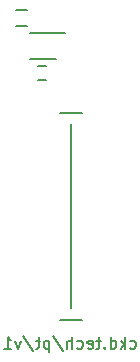
<source format=gbo>
G04 #@! TF.FileFunction,Legend,Bot*
%FSLAX46Y46*%
G04 Gerber Fmt 4.6, Leading zero omitted, Abs format (unit mm)*
G04 Created by KiCad (PCBNEW (2015-11-03 BZR 6296)-product) date Tuesday, November 10, 2015 'PMt' 09:20:05 PM*
%MOMM*%
G01*
G04 APERTURE LIST*
%ADD10C,0.100000*%
%ADD11C,0.150000*%
G04 APERTURE END LIST*
D10*
D11*
X164655238Y-119164762D02*
X164750476Y-119212381D01*
X164940953Y-119212381D01*
X165036191Y-119164762D01*
X165083810Y-119117143D01*
X165131429Y-119021905D01*
X165131429Y-118736190D01*
X165083810Y-118640952D01*
X165036191Y-118593333D01*
X164940953Y-118545714D01*
X164750476Y-118545714D01*
X164655238Y-118593333D01*
X164226667Y-119212381D02*
X164226667Y-118212381D01*
X164131429Y-118831429D02*
X163845714Y-119212381D01*
X163845714Y-118545714D02*
X164226667Y-118926667D01*
X162988571Y-119212381D02*
X162988571Y-118212381D01*
X162988571Y-119164762D02*
X163083809Y-119212381D01*
X163274286Y-119212381D01*
X163369524Y-119164762D01*
X163417143Y-119117143D01*
X163464762Y-119021905D01*
X163464762Y-118736190D01*
X163417143Y-118640952D01*
X163369524Y-118593333D01*
X163274286Y-118545714D01*
X163083809Y-118545714D01*
X162988571Y-118593333D01*
X162512381Y-119117143D02*
X162464762Y-119164762D01*
X162512381Y-119212381D01*
X162560000Y-119164762D01*
X162512381Y-119117143D01*
X162512381Y-119212381D01*
X162179048Y-118545714D02*
X161798096Y-118545714D01*
X162036191Y-118212381D02*
X162036191Y-119069524D01*
X161988572Y-119164762D01*
X161893334Y-119212381D01*
X161798096Y-119212381D01*
X161083809Y-119164762D02*
X161179047Y-119212381D01*
X161369524Y-119212381D01*
X161464762Y-119164762D01*
X161512381Y-119069524D01*
X161512381Y-118688571D01*
X161464762Y-118593333D01*
X161369524Y-118545714D01*
X161179047Y-118545714D01*
X161083809Y-118593333D01*
X161036190Y-118688571D01*
X161036190Y-118783810D01*
X161512381Y-118879048D01*
X160179047Y-119164762D02*
X160274285Y-119212381D01*
X160464762Y-119212381D01*
X160560000Y-119164762D01*
X160607619Y-119117143D01*
X160655238Y-119021905D01*
X160655238Y-118736190D01*
X160607619Y-118640952D01*
X160560000Y-118593333D01*
X160464762Y-118545714D01*
X160274285Y-118545714D01*
X160179047Y-118593333D01*
X159750476Y-119212381D02*
X159750476Y-118212381D01*
X159321904Y-119212381D02*
X159321904Y-118688571D01*
X159369523Y-118593333D01*
X159464761Y-118545714D01*
X159607619Y-118545714D01*
X159702857Y-118593333D01*
X159750476Y-118640952D01*
X158131428Y-118164762D02*
X158988571Y-119450476D01*
X157798095Y-118545714D02*
X157798095Y-119545714D01*
X157798095Y-118593333D02*
X157702857Y-118545714D01*
X157512380Y-118545714D01*
X157417142Y-118593333D01*
X157369523Y-118640952D01*
X157321904Y-118736190D01*
X157321904Y-119021905D01*
X157369523Y-119117143D01*
X157417142Y-119164762D01*
X157512380Y-119212381D01*
X157702857Y-119212381D01*
X157798095Y-119164762D01*
X157036190Y-118545714D02*
X156655238Y-118545714D01*
X156893333Y-118212381D02*
X156893333Y-119069524D01*
X156845714Y-119164762D01*
X156750476Y-119212381D01*
X156655238Y-119212381D01*
X155607618Y-118164762D02*
X156464761Y-119450476D01*
X155369523Y-118545714D02*
X155131428Y-119212381D01*
X154893332Y-118545714D01*
X153988570Y-119212381D02*
X154559999Y-119212381D01*
X154274285Y-119212381D02*
X154274285Y-118212381D01*
X154369523Y-118355238D01*
X154464761Y-118450476D01*
X154559999Y-118498095D01*
X158725000Y-99240000D02*
X160575000Y-99240000D01*
X158725000Y-116760000D02*
X160575000Y-116760000D01*
X159650000Y-115800000D02*
X159650000Y-100200000D01*
X156850000Y-96500000D02*
X157550000Y-96500000D01*
X157550000Y-95300000D02*
X156850000Y-95300000D01*
X158337500Y-94737500D02*
X156187500Y-94737500D01*
X159162500Y-92487500D02*
X156187500Y-92487500D01*
X154950000Y-91875000D02*
X155950000Y-91875000D01*
X155950000Y-90525000D02*
X154950000Y-90525000D01*
M02*

</source>
